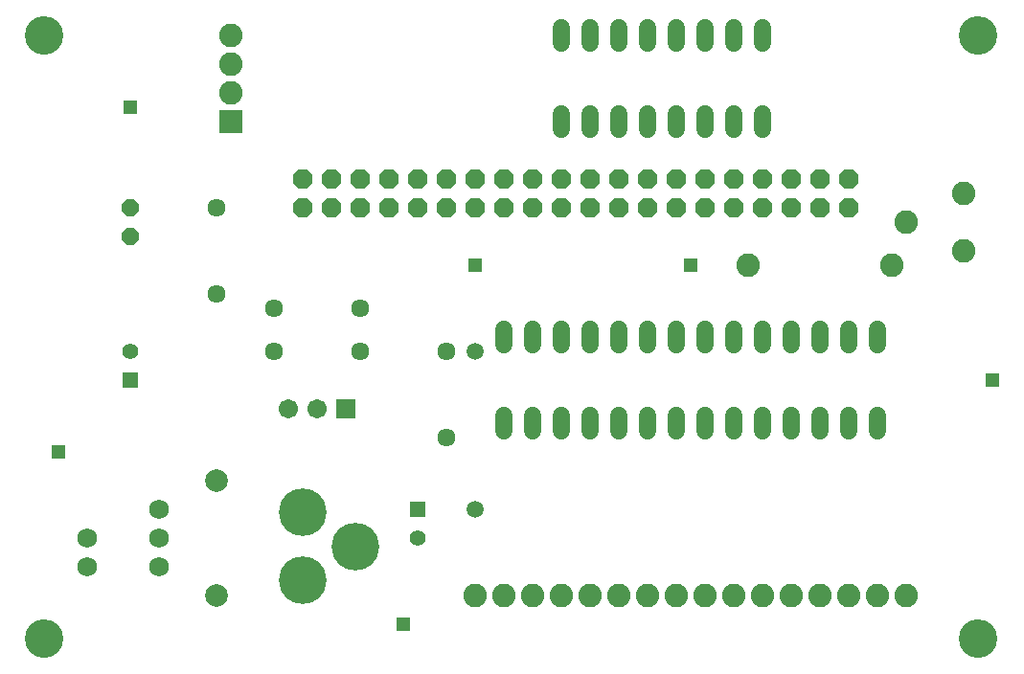
<source format=gbs>
G75*
%MOIN*%
%OFA0B0*%
%FSLAX25Y25*%
%IPPOS*%
%LPD*%
%AMOC8*
5,1,8,0,0,1.08239X$1,22.5*
%
%ADD10C,0.13398*%
%ADD11C,0.06800*%
%ADD12C,0.06343*%
%ADD13C,0.05556*%
%ADD14R,0.05556X0.05556*%
%ADD15OC8,0.06000*%
%ADD16R,0.06737X0.06737*%
%ADD17C,0.06737*%
%ADD18C,0.16600*%
%ADD19C,0.07887*%
%ADD20C,0.06000*%
%ADD21C,0.08200*%
%ADD22OC8,0.06800*%
%ADD23R,0.08200X0.08200*%
%ADD24R,0.05162X0.05162*%
%ADD25C,0.05950*%
D10*
X0021800Y0026800D03*
X0021800Y0236800D03*
X0346800Y0236800D03*
X0346800Y0026800D03*
D11*
X0061800Y0051800D03*
X0061800Y0061800D03*
X0061800Y0071800D03*
X0036800Y0061800D03*
X0036800Y0051800D03*
D12*
X0101800Y0126800D03*
X0101800Y0141800D03*
X0081800Y0146800D03*
X0081800Y0176800D03*
X0131800Y0141800D03*
X0131800Y0126800D03*
X0161800Y0126800D03*
X0161800Y0096800D03*
D13*
X0151800Y0061800D03*
X0051800Y0126800D03*
D14*
X0051800Y0116800D03*
X0151800Y0071800D03*
D15*
X0051800Y0166800D03*
X0051800Y0176800D03*
D16*
X0126800Y0106800D03*
D17*
X0116800Y0106800D03*
X0106800Y0106800D03*
D18*
X0111800Y0070737D03*
X0130304Y0058926D03*
X0111800Y0047115D03*
D19*
X0081800Y0041800D03*
X0081800Y0081800D03*
D20*
X0181800Y0099200D02*
X0181800Y0104400D01*
X0191800Y0104400D02*
X0191800Y0099200D01*
X0201800Y0099200D02*
X0201800Y0104400D01*
X0211800Y0104400D02*
X0211800Y0099200D01*
X0221800Y0099200D02*
X0221800Y0104400D01*
X0231800Y0104400D02*
X0231800Y0099200D01*
X0241800Y0099200D02*
X0241800Y0104400D01*
X0251800Y0104400D02*
X0251800Y0099200D01*
X0261800Y0099200D02*
X0261800Y0104400D01*
X0271800Y0104400D02*
X0271800Y0099200D01*
X0281800Y0099200D02*
X0281800Y0104400D01*
X0291800Y0104400D02*
X0291800Y0099200D01*
X0301800Y0099200D02*
X0301800Y0104400D01*
X0311800Y0104400D02*
X0311800Y0099200D01*
X0311800Y0129200D02*
X0311800Y0134400D01*
X0301800Y0134400D02*
X0301800Y0129200D01*
X0291800Y0129200D02*
X0291800Y0134400D01*
X0281800Y0134400D02*
X0281800Y0129200D01*
X0271800Y0129200D02*
X0271800Y0134400D01*
X0261800Y0134400D02*
X0261800Y0129200D01*
X0251800Y0129200D02*
X0251800Y0134400D01*
X0241800Y0134400D02*
X0241800Y0129200D01*
X0231800Y0129200D02*
X0231800Y0134400D01*
X0221800Y0134400D02*
X0221800Y0129200D01*
X0211800Y0129200D02*
X0211800Y0134400D01*
X0201800Y0134400D02*
X0201800Y0129200D01*
X0191800Y0129200D02*
X0191800Y0134400D01*
X0181800Y0134400D02*
X0181800Y0129200D01*
X0201800Y0204200D02*
X0201800Y0209400D01*
X0211800Y0209400D02*
X0211800Y0204200D01*
X0221800Y0204200D02*
X0221800Y0209400D01*
X0231800Y0209400D02*
X0231800Y0204200D01*
X0241800Y0204200D02*
X0241800Y0209400D01*
X0251800Y0209400D02*
X0251800Y0204200D01*
X0261800Y0204200D02*
X0261800Y0209400D01*
X0271800Y0209400D02*
X0271800Y0204200D01*
X0271800Y0234200D02*
X0271800Y0239400D01*
X0261800Y0239400D02*
X0261800Y0234200D01*
X0251800Y0234200D02*
X0251800Y0239400D01*
X0241800Y0239400D02*
X0241800Y0234200D01*
X0231800Y0234200D02*
X0231800Y0239400D01*
X0221800Y0239400D02*
X0221800Y0234200D01*
X0211800Y0234200D02*
X0211800Y0239400D01*
X0201800Y0239400D02*
X0201800Y0234200D01*
D21*
X0266800Y0156800D03*
X0316800Y0156800D03*
X0321800Y0171800D03*
X0341800Y0161800D03*
X0341800Y0181800D03*
X0321800Y0041800D03*
X0311800Y0041800D03*
X0301800Y0041800D03*
X0291800Y0041800D03*
X0281800Y0041800D03*
X0271800Y0041800D03*
X0261800Y0041800D03*
X0251800Y0041800D03*
X0241800Y0041800D03*
X0231800Y0041800D03*
X0221800Y0041800D03*
X0211800Y0041800D03*
X0201800Y0041800D03*
X0191800Y0041800D03*
X0181800Y0041800D03*
X0171800Y0041800D03*
X0086800Y0216800D03*
X0086800Y0226800D03*
X0086800Y0236800D03*
D22*
X0111800Y0186800D03*
X0111800Y0176800D03*
X0121800Y0176800D03*
X0131800Y0176800D03*
X0131800Y0186800D03*
X0121800Y0186800D03*
X0141800Y0186800D03*
X0141800Y0176800D03*
X0151800Y0176800D03*
X0161800Y0176800D03*
X0161800Y0186800D03*
X0151800Y0186800D03*
X0171800Y0186800D03*
X0171800Y0176800D03*
X0181800Y0176800D03*
X0181800Y0186800D03*
X0191800Y0186800D03*
X0201800Y0186800D03*
X0201800Y0176800D03*
X0191800Y0176800D03*
X0211800Y0176800D03*
X0211800Y0186800D03*
X0221800Y0186800D03*
X0231800Y0186800D03*
X0231800Y0176800D03*
X0221800Y0176800D03*
X0241800Y0176800D03*
X0241800Y0186800D03*
X0251800Y0186800D03*
X0251800Y0176800D03*
X0261800Y0176800D03*
X0271800Y0176800D03*
X0271800Y0186800D03*
X0261800Y0186800D03*
X0281800Y0186800D03*
X0281800Y0176800D03*
X0291800Y0176800D03*
X0301800Y0176800D03*
X0301800Y0186800D03*
X0291800Y0186800D03*
D23*
X0086800Y0206800D03*
D24*
X0051800Y0211800D03*
X0171800Y0156800D03*
X0246800Y0156800D03*
X0351800Y0116800D03*
X0146800Y0031800D03*
X0026800Y0091800D03*
D25*
X0171800Y0071800D03*
X0171800Y0126800D03*
M02*

</source>
